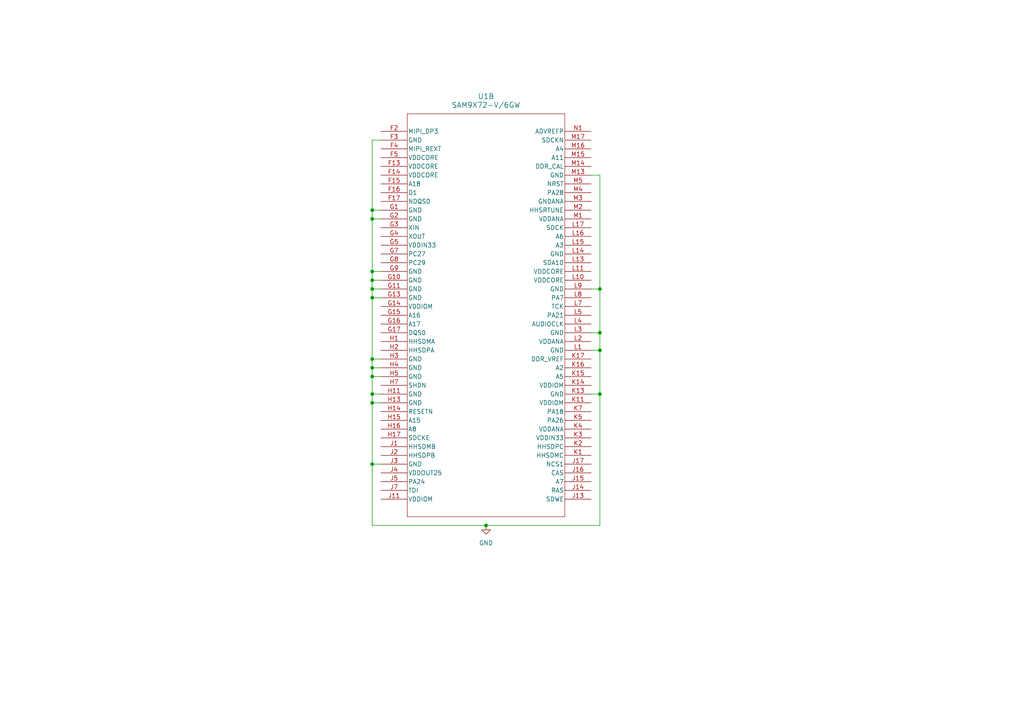
<source format=kicad_sch>
(kicad_sch (version 20250114) (generator "eeschema") (generator_version "9.0")
  (paper "A4")
  (title_block (title "Budget MPU") (rev "A"))
  (lib_symbols
    (symbol "SAM9X72:SAM9X72-V_6GW" (pin_names (offset 0.254))
      (property "Reference" "U" (at 30.48 10.16 0))
      (property "Value" "SAM9X72-V/6GW" (at 30.48 7.62 0))
      (symbol "SAM9X72-V_6GW_1_1"
        (polyline (pts (xy 7.62 5.08) (xy 7.62 -111.76)) (stroke (width 0.127)))
        (polyline (pts (xy 7.62 -111.76) (xy 53.34 -111.76)) (stroke (width 0.127)))
        (polyline (pts (xy 53.34 5.08) (xy 7.62 5.08)) (stroke (width 0.127)))
        (polyline (pts (xy 53.34 -111.76) (xy 53.34 5.08)) (stroke (width 0.127)))
        (pin power_out line (at 0 0 0) (length 7.62) (name "GND") (number "A1"))
        (pin bidirectional line (at 0 -2.54 0) (length 7.62) (name "PC8") (number "A2"))
        (pin bidirectional line (at 0 -5.08 0) (length 7.62) (name "PC14") (number "A3"))
        (pin bidirectional line (at 0 -7.62 0) (length 7.62) (name "PC18") (number "A4"))
        (pin bidirectional line (at 0 -10.16 0) (length 7.62) (name "PC20") (number "A5"))
        (pin bidirectional line (at 0 -12.7 0) (length 7.62) (name "PC26") (number "A6"))
        (pin bidirectional line (at 0 -15.24 0) (length 7.62) (name "PC2") (number "A7"))
        (pin bidirectional line (at 0 -17.78 0) (length 7.62) (name "PC4") (number "A8"))
        (pin bidirectional line (at 0 -20.32 0) (length 7.62) (name "PC6") (number "A9"))
        (pin bidirectional line (at 0 -22.86 0) (length 7.62) (name "PC10") (number "A10"))
        (pin bidirectional line (at 0 -25.4 0) (length 7.62) (name "PC12") (number "A11"))
        (pin bidirectional line (at 0 -27.94 0) (length 7.62) (name "PB19") (number "A12"))
        (pin bidirectional line (at 0 -30.48 0) (length 7.62) (name "PB25") (number "A13"))
        (pin bidirectional line (at 0 -33.02 0) (length 7.62) (name "D15") (number "A14"))
        (pin bidirectional line (at 0 -35.56 0) (length 7.62) (name "NDQS1") (number "A15"))
        (pin bidirectional line (at 0 -38.1 0) (length 7.62) (name "DQS1") (number "A16"))
        (pin power_out line (at 0 -40.64 0) (length 7.62) (name "GND") (number "A17"))
        (pin bidirectional line (at 0 -43.18 0) (length 7.62) (name "MIPI_DN0") (number "B1"))
        (pin bidirectional line (at 0 -45.72 0) (length 7.62) (name "MIPI_DP0") (number "B2"))
        (pin bidirectional line (at 0 -48.26 0) (length 7.62) (name "PC0") (number "B3"))
        (pin bidirectional line (at 0 -50.8 0) (length 7.62) (name "PC17") (number "B4"))
        (pin bidirectional line (at 0 -53.34 0) (length 7.62) (name "PC23") (number "B5"))
        (pin bidirectional line (at 0 -55.88 0) (length 7.62) (name "PC28") (number "B6"))
        (pin bidirectional line (at 0 -58.42 0) (length 7.62) (name "PC3") (number "B7"))
        (pin bidirectional line (at 0 -60.96 0) (length 7.62) (name "PC5") (number "B8"))
        (pin bidirectional line (at 0 -63.5 0) (length 7.62) (name "PC7") (number "B9"))
        (pin bidirectional line (at 0 -66.04 0) (length 7.62) (name "PC11") (number "B10"))
        (pin bidirectional line (at 0 -68.58 0) (length 7.62) (name "PC13") (number "B11"))
        (pin bidirectional line (at 0 -71.12 0) (length 7.62) (name "PB21") (number "B12"))
        (pin bidirectional line (at 0 -73.66 0) (length 7.62) (name "PB23") (number "B13"))
        (pin bidirectional line (at 0 -76.2 0) (length 7.62) (name "D14") (number "B14"))
        (pin bidirectional line (at 0 -78.74 0) (length 7.62) (name "D12") (number "B15"))
        (pin bidirectional line (at 0 -81.28 0) (length 7.62) (name "D11") (number "B16"))
        (pin output line (at 0 -83.82 0) (length 7.62) (name "DQM1") (number "B17"))
        (pin bidirectional line (at 0 -86.36 0) (length 7.62) (name "MIPI_DN1") (number "C1"))
        (pin bidirectional line (at 0 -88.9 0) (length 7.62) (name "MIPI_DP1") (number "C2"))
        (pin bidirectional line (at 0 -91.44 0) (length 7.62) (name "PC1") (number "C3"))
        (pin bidirectional line (at 0 -93.98 0) (length 7.62) (name "PC16") (number "C4"))
        (pin bidirectional line (at 0 -96.52 0) (length 7.62) (name "PC22") (number "C5"))
        (pin bidirectional line (at 0 -99.06 0) (length 7.62) (name "PC24") (number "C6"))
        (pin bidirectional line (at 0 -101.6 0) (length 7.62) (name "PC30") (number "C7"))
        (pin power_in line (at 0 -104.14 0) (length 7.62) (name "VDDOUT25") (number "C8"))
        (pin bidirectional line (at 0 -106.68 0) (length 7.62) (name "PB15") (number "C9"))
        (pin bidirectional line (at 60.96 0 180) (length 7.62) (name "MIPI_DN3") (number "F1"))
        (pin output line (at 60.96 -2.54 180) (length 7.62) (name "DQM0") (number "E17"))
        (pin bidirectional line (at 60.96 -5.08 180) (length 7.62) (name "D2") (number "E16"))
        (pin bidirectional line (at 60.96 -7.62 180) (length 7.62) (name "D0") (number "E15"))
        (pin bidirectional line (at 60.96 -10.16 180) (length 7.62) (name "D5") (number "E14"))
        (pin power_out line (at 60.96 -12.7 180) (length 7.62) (name "GND") (number "E13"))
        (pin bidirectional line (at 60.96 -15.24 180) (length 7.62) (name "PB22") (number "E12"))
        (pin bidirectional line (at 60.96 -17.78 180) (length 7.62) (name "PB16") (number "E11"))
        (pin power_out line (at 60.96 -20.32 180) (length 7.62) (name "GND") (number "E10"))
        (pin power_in line (at 60.96 -22.86 180) (length 7.62) (name "VDDLVDS") (number "E9"))
        (pin power_out line (at 60.96 -25.4 180) (length 7.62) (name "GND") (number "E8"))
        (pin bidirectional line (at 60.96 -27.94 180) (length 7.62) (name "PC25") (number "E7"))
        (pin bidirectional line (at 60.96 -30.48 180) (length 7.62) (name "PC19") (number "E6"))
        (pin power_in line (at 60.96 -33.02 180) (length 7.62) (name "VDDCORE") (number "E5"))
        (pin power_out line (at 60.96 -35.56 180) (length 7.62) (name "GND") (number "E4"))
        (pin power_out line (at 60.96 -38.1 180) (length 7.62) (name "GND") (number "E3"))
        (pin bidirectional line (at 60.96 -40.64 180) (length 7.62) (name "MIPI_DP2") (number "E2"))
        (pin bidirectional line (at 60.96 -43.18 180) (length 7.62) (name "MIPI_DN2") (number "E1"))
        (pin bidirectional line (at 60.96 -45.72 180) (length 7.62) (name "D7") (number "D17"))
        (pin bidirectional line (at 60.96 -48.26 180) (length 7.62) (name "D6") (number "D16"))
        (pin bidirectional line (at 60.96 -50.8 180) (length 7.62) (name "D3") (number "D15"))
        (pin bidirectional line (at 60.96 -53.34 180) (length 7.62) (name "D10") (number "D14"))
        (pin power_out line (at 60.96 -55.88 180) (length 7.62) (name "GND") (number "D13"))
        (pin bidirectional line (at 60.96 -58.42 180) (length 7.62) (name "PB24") (number "D12"))
        (pin bidirectional line (at 60.96 -60.96 180) (length 7.62) (name "PB20") (number "D11"))
        (pin power_out line (at 60.96 -63.5 180) (length 7.62) (name "GND") (number "D10"))
        (pin bidirectional line (at 60.96 -66.04 180) (length 7.62) (name "PC31") (number "D9"))
        (pin power_in line (at 60.96 -68.58 180) (length 7.62) (name "VDDIOP1") (number "D8"))
        (pin bidirectional line (at 60.96 -71.12 180) (length 7.62) (name "PC21") (number "D7"))
        (pin power_in line (at 60.96 -73.66 180) (length 7.62) (name "VDDCORE") (number "D6"))
        (pin bidirectional line (at 60.96 -76.2 180) (length 7.62) (name "PC15") (number "D5"))
        (pin power_in line (at 60.96 -78.74 180) (length 7.62) (name "VDDMIPI") (number "D4"))
        (pin bidirectional line (at 60.96 -81.28 180) (length 7.62) (name "PC9") (number "D3"))
        (pin output line (at 60.96 -83.82 180) (length 7.62) (name "MIPI_CLKP") (number "D2"))
        (pin output line (at 60.96 -86.36 180) (length 7.62) (name "MIPI_CLKN") (number "D1"))
        (pin bidirectional line (at 60.96 -88.9 180) (length 7.62) (name "D4") (number "C17"))
        (pin bidirectional line (at 60.96 -91.44 180) (length 7.62) (name "D9") (number "C16"))
        (pin bidirectional line (at 60.96 -93.98 180) (length 7.62) (name "D8") (number "C15"))
        (pin bidirectional line (at 60.96 -96.52 180) (length 7.62) (name "D13") (number "C14"))
        (pin bidirectional line (at 60.96 -99.06 180) (length 7.62) (name "PB26") (number "C13"))
        (pin power_in line (at 60.96 -101.6 180) (length 7.62) (name "VDDQSPI") (number "C12"))
        (pin bidirectional line (at 60.96 -104.14 180) (length 7.62) (name "PB18") (number "C11"))
        (pin bidirectional line (at 60.96 -106.68 180) (length 7.62) (name "PB17") (number "C10"))
      )
      (symbol "SAM9X72-V_6GW_2_1"
        (polyline (pts (xy 7.62 5.08) (xy 7.62 -111.76)) (stroke (width 0.127)))
        (polyline (pts (xy 7.62 -111.76) (xy 53.34 -111.76)) (stroke (width 0.127)))
        (polyline (pts (xy 53.34 5.08) (xy 7.62 5.08)) (stroke (width 0.127)))
        (polyline (pts (xy 53.34 -111.76) (xy 53.34 5.08)) (stroke (width 0.127)))
        (pin bidirectional line (at 0 0 0) (length 7.62) (name "MIPI_DP3") (number "F2"))
        (pin power_out line (at 0 -2.54 0) (length 7.62) (name "GND") (number "F3"))
        (pin unspecified line (at 0 -5.08 0) (length 7.62) (name "MIPI_REXT") (number "F4"))
        (pin power_in line (at 0 -7.62 0) (length 7.62) (name "VDDCORE") (number "F5"))
        (pin power_in line (at 0 -10.16 0) (length 7.62) (name "VDDCORE") (number "F13"))
        (pin power_in line (at 0 -12.7 0) (length 7.62) (name "VDDCORE") (number "F14"))
        (pin output line (at 0 -15.24 0) (length 7.62) (name "A18") (number "F15"))
        (pin bidirectional line (at 0 -17.78 0) (length 7.62) (name "D1") (number "F16"))
        (pin bidirectional line (at 0 -20.32 0) (length 7.62) (name "NDQS0") (number "F17"))
        (pin power_out line (at 0 -22.86 0) (length 7.62) (name "GND") (number "G1"))
        (pin power_out line (at 0 -25.4 0) (length 7.62) (name "GND") (number "G2"))
        (pin input line (at 0 -27.94 0) (length 7.62) (name "XIN") (number "G3"))
        (pin output line (at 0 -30.48 0) (length 7.62) (name "XOUT") (number "G4"))
        (pin power_in line (at 0 -33.02 0) (length 7.62) (name "VDDIN33") (number "G5"))
        (pin bidirectional line (at 0 -35.56 0) (length 7.62) (name "PC27") (number "G7"))
        (pin bidirectional line (at 0 -38.1 0) (length 7.62) (name "PC29") (number "G8"))
        (pin power_out line (at 0 -40.64 0) (length 7.62) (name "GND") (number "G9"))
        (pin power_out line (at 0 -43.18 0) (length 7.62) (name "GND") (number "G10"))
        (pin power_out line (at 0 -45.72 0) (length 7.62) (name "GND") (number "G11"))
        (pin power_out line (at 0 -48.26 0) (length 7.62) (name "GND") (number "G13"))
        (pin power_in line (at 0 -50.8 0) (length 7.62) (name "VDDIOM") (number "G14"))
        (pin output line (at 0 -53.34 0) (length 7.62) (name "A16") (number "G15"))
        (pin output line (at 0 -55.88 0) (length 7.62) (name "A17") (number "G16"))
        (pin bidirectional line (at 0 -58.42 0) (length 7.62) (name "DQS0") (number "G17"))
        (pin bidirectional line (at 0 -60.96 0) (length 7.62) (name "HHSDMA") (number "H1"))
        (pin bidirectional line (at 0 -63.5 0) (length 7.62) (name "HHSDPA") (number "H2"))
        (pin power_out line (at 0 -66.04 0) (length 7.62) (name "GND") (number "H3"))
        (pin power_out line (at 0 -68.58 0) (length 7.62) (name "GND") (number "H4"))
        (pin power_out line (at 0 -71.12 0) (length 7.62) (name "GND") (number "H5"))
        (pin unspecified line (at 0 -73.66 0) (length 7.62) (name "SHDN") (number "H7"))
        (pin power_out line (at 0 -76.2 0) (length 7.62) (name "GND") (number "H11"))
        (pin power_out line (at 0 -78.74 0) (length 7.62) (name "GND") (number "H13"))
        (pin output line (at 0 -81.28 0) (length 7.62) (name "RESETN") (number "H14"))
        (pin output line (at 0 -83.82 0) (length 7.62) (name "A15") (number "H15"))
        (pin output line (at 0 -86.36 0) (length 7.62) (name "A8") (number "H16"))
        (pin unspecified line (at 0 -88.9 0) (length 7.62) (name "SDCKE") (number "H17"))
        (pin bidirectional line (at 0 -91.44 0) (length 7.62) (name "HHSDMB") (number "J1"))
        (pin bidirectional line (at 0 -93.98 0) (length 7.62) (name "HHSDPB") (number "J2"))
        (pin power_out line (at 0 -96.52 0) (length 7.62) (name "GND") (number "J3"))
        (pin power_in line (at 0 -99.06 0) (length 7.62) (name "VDDOUT25") (number "J4"))
        (pin bidirectional line (at 0 -101.6 0) (length 7.62) (name "PA24") (number "J5"))
        (pin input line (at 0 -104.14 0) (length 7.62) (name "TDI") (number "J7"))
        (pin power_in line (at 0 -106.68 0) (length 7.62) (name "VDDIOM") (number "J11"))
        (pin power_in line (at 60.96 0 180) (length 7.62) (name "ADVREFP") (number "N1"))
        (pin unspecified line (at 60.96 -2.54 180) (length 7.62) (name "SDCKN") (number "M17"))
        (pin output line (at 60.96 -5.08 180) (length 7.62) (name "A4") (number "M16"))
        (pin output line (at 60.96 -7.62 180) (length 7.62) (name "A11") (number "M15"))
        (pin input line (at 60.96 -10.16 180) (length 7.62) (name "DDR_CAL") (number "M14"))
        (pin power_out line (at 60.96 -12.7 180) (length 7.62) (name "GND") (number "M13"))
        (pin input line (at 60.96 -15.24 180) (length 7.62) (name "NRST") (number "M5"))
        (pin bidirectional line (at 60.96 -17.78 180) (length 7.62) (name "PA28") (number "M4"))
        (pin power_out line (at 60.96 -20.32 180) (length 7.62) (name "GNDANA") (number "M3"))
        (pin unspecified line (at 60.96 -22.86 180) (length 7.62) (name "HHSRTUNE") (number "M2"))
        (pin power_in line (at 60.96 -25.4 180) (length 7.62) (name "VDDANA") (number "M1"))
        (pin unspecified line (at 60.96 -27.94 180) (length 7.62) (name "SDCK") (number "L17"))
        (pin output line (at 60.96 -30.48 180) (length 7.62) (name "A6") (number "L16"))
        (pin output line (at 60.96 -33.02 180) (length 7.62) (name "A3") (number "L15"))
        (pin power_out line (at 60.96 -35.56 180) (length 7.62) (name "GND") (number "L14"))
        (pin unspecified line (at 60.96 -38.1 180) (length 7.62) (name "SDA10") (number "L13"))
        (pin power_in line (at 60.96 -40.64 180) (length 7.62) (name "VDDCORE") (number "L11"))
        (pin power_in line (at 60.96 -43.18 180) (length 7.62) (name "VDDCORE") (number "L10"))
        (pin power_out line (at 60.96 -45.72 180) (length 7.62) (name "GND") (number "L9"))
        (pin bidirectional line (at 60.96 -48.26 180) (length 7.62) (name "PA7") (number "L8"))
        (pin input line (at 60.96 -50.8 180) (length 7.62) (name "TCK") (number "L7"))
        (pin bidirectional line (at 60.96 -53.34 180) (length 7.62) (name "PA21") (number "L5"))
        (pin output line (at 60.96 -55.88 180) (length 7.62) (name "AUDIOCLK") (number "L4"))
        (pin power_out line (at 60.96 -58.42 180) (length 7.62) (name "GND") (number "L3"))
        (pin power_in line (at 60.96 -60.96 180) (length 7.62) (name "VDDANA") (number "L2"))
        (pin power_out line (at 60.96 -63.5 180) (length 7.62) (name "GND") (number "L1"))
        (pin unspecified line (at 60.96 -66.04 180) (length 7.62) (name "DDR_VREF") (number "K17"))
        (pin output line (at 60.96 -68.58 180) (length 7.62) (name "A2") (number "K16"))
        (pin output line (at 60.96 -71.12 180) (length 7.62) (name "A5") (number "K15"))
        (pin power_in line (at 60.96 -73.66 180) (length 7.62) (name "VDDIOM") (number "K14"))
        (pin power_out line (at 60.96 -76.2 180) (length 7.62) (name "GND") (number "K13"))
        (pin power_in line (at 60.96 -78.74 180) (length 7.62) (name "VDDIOM") (number "K11"))
        (pin bidirectional line (at 60.96 -81.28 180) (length 7.62) (name "PA18") (number "K7"))
        (pin bidirectional line (at 60.96 -83.82 180) (length 7.62) (name "PA26") (number "K5"))
        (pin power_in line (at 60.96 -86.36 180) (length 7.62) (name "VDDANA") (number "K4"))
        (pin power_in line (at 60.96 -88.9 180) (length 7.62) (name "VDDIN33") (number "K3"))
        (pin bidirectional line (at 60.96 -91.44 180) (length 7.62) (name "HHSDPC") (number "K2"))
        (pin bidirectional line (at 60.96 -93.98 180) (length 7.62) (name "HHSDMC") (number "K1"))
        (pin passive line (at 60.96 -96.52 180) (length 7.62) (name "NCS1") (number "J17"))
        (pin unspecified line (at 60.96 -99.06 180) (length 7.62) (name "CAS") (number "J16"))
        (pin output line (at 60.96 -101.6 180) (length 7.62) (name "A7") (number "J15"))
        (pin passive line (at 60.96 -104.14 180) (length 7.62) (name "RAS") (number "J14"))
        (pin unspecified line (at 60.96 -106.68 180) (length 7.62) (name "SDWE") (number "J13"))
      )
      (symbol "SAM9X72-V_6GW_3_1"
        (polyline (pts (xy 7.62 5.08) (xy 7.62 -111.76)) (stroke (width 0.127)))
        (polyline (pts (xy 7.62 -111.76) (xy 43.18 -111.76)) (stroke (width 0.127)))
        (polyline (pts (xy 43.18 5.08) (xy 7.62 5.08)) (stroke (width 0.127)))
        (polyline (pts (xy 43.18 -111.76) (xy 43.18 5.08)) (stroke (width 0.127)))
        (pin power_in line (at 0 0 0) (length 7.62) (name "ADVREFN") (number "N2"))
        (pin bidirectional line (at 0 -2.54 0) (length 7.62) (name "PA29") (number "N3"))
        (pin bidirectional line (at 0 -5.08 0) (length 7.62) (name "PA25") (number "N4"))
        (pin bidirectional line (at 0 -7.62 0) (length 7.62) (name "PA30") (number "N5"))
        (pin output line (at 0 -10.16 0) (length 7.62) (name "TDO") (number "N6"))
        (pin bidirectional line (at 0 -12.7 0) (length 7.62) (name "PA11") (number "N7"))
        (pin power_out line (at 0 -15.24 0) (length 7.62) (name "GND") (number "N8"))
        (pin bidirectional line (at 0 -17.78 0) (length 7.62) (name "PA5") (number "N9"))
        (pin bidirectional line (at 0 -20.32 0) (length 7.62) (name "PB11") (number "N10"))
        (pin power_out line (at 0 -22.86 0) (length 7.62) (name "GND") (number "N11"))
        (pin bidirectional line (at 0 -25.4 0) (length 7.62) (name "PB1") (number "N12"))
        (pin power_out line (at 0 -27.94 0) (length 7.62) (name "GND") (number "N13"))
        (pin power_in line (at 0 -30.48 0) (length 7.62) (name "VDDIOM") (number "N14"))
        (pin output line (at 0 -33.02 0) (length 7.62) (name "A10") (number "N15"))
        (pin output line (at 0 -35.56 0) (length 7.62) (name "A14") (number "N16"))
        (pin output line (at 0 -38.1 0) (length 7.62) (name "A13") (number "N17"))
        (pin input line (at 0 -40.64 0) (length 7.62) (name "JTAGSEL") (number "P1"))
        (pin bidirectional line (at 0 -43.18 0) (length 7.62) (name "PA31") (number "P2"))
        (pin bidirectional line (at 0 -45.72 0) (length 7.62) (name "PA27") (number "P3"))
        (pin bidirectional line (at 0 -48.26 0) (length 7.62) (name "PA23") (number "P4"))
        (pin power_in line (at 0 -50.8 0) (length 7.62) (name "VDDBU") (number "P5"))
        (pin power_out line (at 0 -53.34 0) (length 7.62) (name "GND") (number "P6"))
        (pin bidirectional line (at 0 -55.88 0) (length 7.62) (name "PA15") (number "P7"))
        (pin bidirectional line (at 0 -58.42 0) (length 7.62) (name "PA9") (number "P8"))
        (pin bidirectional line (at 0 -60.96 0) (length 7.62) (name "PA1") (number "P9"))
        (pin bidirectional line (at 0 -63.5 0) (length 7.62) (name "PB13") (number "P10"))
        (pin bidirectional line (at 0 -66.04 0) (length 7.62) (name "PB7") (number "P11"))
        (pin bidirectional line (at 0 -68.58 0) (length 7.62) (name "PB5") (number "P12"))
        (pin bidirectional line (at 0 -71.12 0) (length 7.62) (name "PD13") (number "P13"))
        (pin bidirectional line (at 0 -73.66 0) (length 7.62) (name "PD4") (number "P14"))
        (pin bidirectional line (at 0 -76.2 0) (length 7.62) (name "PD0") (number "P15"))
        (pin output line (at 0 -78.74 0) (length 7.62) (name "A9") (number "P16"))
        (pin bidirectional line (at 0 -81.28 0) (length 7.62) (name "PD2") (number "P17"))
        (pin unspecified line (at 0 -83.82 0) (length 7.62) (name "TST") (number "R1"))
        (pin input line (at 0 -86.36 0) (length 7.62) (name "TMS") (number "R2"))
        (pin unspecified line (at 0 -88.9 0) (length 7.62) (name "RTCK") (number "R3"))
        (pin bidirectional line (at 0 -91.44 0) (length 7.62) (name "PA17") (number "R4"))
        (pin bidirectional line (at 0 -93.98 0) (length 7.62) (name "PA16") (number "R5"))
        (pin bidirectional line (at 0 -96.52 0) (length 7.62) (name "PA12") (number "R6"))
        (pin bidirectional line (at 0 -99.06 0) (length 7.62) (name "PA2") (number "R7"))
        (pin power_in line (at 0 -101.6 0) (length 7.62) (name "VDDIOP0") (number "R8"))
        (pin power_out line (at 0 -104.14 0) (length 7.62) (name "GND") (number "R9"))
        (pin bidirectional line (at 0 -106.68 0) (length 7.62) (name "PB9") (number "R10"))
        (pin power_out line (at 50.8 -5.08 180) (length 7.62) (name "GND") (number "U17"))
        (pin bidirectional line (at 50.8 -7.62 180) (length 7.62) (name "PD5") (number "U16"))
        (pin bidirectional line (at 50.8 -10.16 180) (length 7.62) (name "PD8") (number "U15"))
        (pin bidirectional line (at 50.8 -12.7 180) (length 7.62) (name "PD12") (number "U14"))
        (pin bidirectional line (at 50.8 -15.24 180) (length 7.62) (name "PD14") (number "U13"))
        (pin bidirectional line (at 50.8 -17.78 180) (length 7.62) (name "PB4") (number "U12"))
        (pin bidirectional line (at 50.8 -20.32 180) (length 7.62) (name "PB8") (number "U11"))
        (pin bidirectional line (at 50.8 -22.86 180) (length 7.62) (name "PB12") (number "U10"))
        (pin bidirectional line (at 50.8 -25.4 180) (length 7.62) (name "PA0") (number "U9"))
        (pin bidirectional line (at 50.8 -27.94 180) (length 7.62) (name "PA3") (number "U8"))
        (pin bidirectional line (at 50.8 -30.48 180) (length 7.62) (name "PA6") (number "U7"))
        (pin bidirectional line (at 50.8 -33.02 180) (length 7.62) (name "PA8") (number "U6"))
        (pin bidirectional line (at 50.8 -35.56 180) (length 7.62) (name "PA13") (number "U5"))
        (pin bidirectional line (at 50.8 -38.1 180) (length 7.62) (name "PA19") (number "U4"))
        (pin bidirectional line (at 50.8 -40.64 180) (length 7.62) (name "PA22") (number "U3"))
        (pin power_in line (at 50.8 -43.18 180) (length 7.62) (name "VDDBU") (number "U2"))
        (pin power_out line (at 50.8 -45.72 180) (length 7.62) (name "GND") (number "U1"))
        (pin bidirectional line (at 50.8 -48.26 180) (length 7.62) (name "PD3") (number "T17"))
        (pin power_out line (at 50.8 -50.8 180) (length 7.62) (name "GND") (number "T16"))
        (pin bidirectional line (at 50.8 -53.34 180) (length 7.62) (name "PD7") (number "T15"))
        (pin bidirectional line (at 50.8 -55.88 180) (length 7.62) (name "PD11") (number "T14"))
        (pin bidirectional line (at 50.8 -58.42 180) (length 7.62) (name "PD10") (number "T13"))
        (pin bidirectional line (at 50.8 -60.96 180) (length 7.62) (name "PB2") (number "T12"))
        (pin power_in line (at 50.8 -63.5 180) (length 7.62) (name "VDDIOP2") (number "T11"))
        (pin bidirectional line (at 50.8 -66.04 180) (length 7.62) (name "PB6") (number "T10"))
        (pin bidirectional line (at 50.8 -68.58 180) (length 7.62) (name "PB10") (number "T9"))
        (pin bidirectional line (at 50.8 -71.12 180) (length 7.62) (name "PB14") (number "T8"))
        (pin bidirectional line (at 50.8 -73.66 180) (length 7.62) (name "PA4") (number "T7"))
        (pin bidirectional line (at 50.8 -76.2 180) (length 7.62) (name "PA10") (number "T6"))
        (pin bidirectional line (at 50.8 -78.74 180) (length 7.62) (name "PA14") (number "T5"))
        (pin bidirectional line (at 50.8 -81.28 180) (length 7.62) (name "PA20") (number "T4"))
        (pin input line (at 50.8 -83.82 180) (length 7.62) (name "WKUP0") (number "T3"))
        (pin output line (at 50.8 -86.36 180) (length 7.62) (name "XOUT32") (number "T2"))
        (pin input line (at 50.8 -88.9 180) (length 7.62) (name "XIN32") (number "T1"))
        (pin bidirectional line (at 50.8 -91.44 180) (length 7.62) (name "PD1") (number "R17"))
        (pin power_in line (at 50.8 -93.98 180) (length 7.62) (name "VDDNF") (number "R16"))
        (pin bidirectional line (at 50.8 -96.52 180) (length 7.62) (name "PD6") (number "R15"))
        (pin power_out line (at 50.8 -99.06 180) (length 7.62) (name "GND") (number "R14"))
        (pin bidirectional line (at 50.8 -101.6 180) (length 7.62) (name "PD9") (number "R13"))
        (pin bidirectional line (at 50.8 -104.14 180) (length 7.62) (name "PB0") (number "R12"))
        (pin bidirectional line (at 50.8 -106.68 180) (length 7.62) (name "PB3") (number "R11"))
      )
    )
    (symbol "power:GND" (power) (pin_numbers (hide yes)) (pin_names (offset 0) (hide yes))
      (property "Value" "GND" (at 0 -3.81 0))
      (symbol "GND_0_1"
        (polyline (pts (xy 0 0) (xy 0 -1.27) (xy 1.27 -1.27) (xy 0 -2.54) (xy -1.27 -1.27) (xy 0 -1.27)))
      )
      (symbol "GND_1_1"
        (pin power_in line (at 0 0 270) (length 0) (name "~") (number "1"))
      )
    )
  )
  (junction (at 173.99 96.52))
  (junction (at 107.95 134.62))
  (junction (at 107.95 114.3))
  (junction (at 107.95 106.68))
  (junction (at 107.95 109.22))
  (junction (at 107.95 116.84))
  (junction (at 107.95 81.28))
  (junction (at 107.95 83.82))
  (junction (at 107.95 60.96))
  (junction (at 107.95 78.74))
  (junction (at 140.97 152.4))
  (junction (at 173.99 114.3))
  (junction (at 173.99 83.82))
  (junction (at 173.99 101.6))
  (junction (at 107.95 104.14))
  (junction (at 107.95 86.36))
  (junction (at 107.95 63.5))
  (wire (pts (xy 107.95 134.62) (xy 107.95 152.4)))
  (wire (pts (xy 107.95 40.64) (xy 107.95 60.96)))
  (wire (pts (xy 171.45 96.52) (xy 173.99 96.52)))
  (wire (pts (xy 107.95 114.3) (xy 110.49 114.3)))
  (wire (pts (xy 107.95 60.96) (xy 107.95 63.5)))
  (wire (pts (xy 107.95 60.96) (xy 110.49 60.96)))
  (wire (pts (xy 140.97 152.4) (xy 107.95 152.4)))
  (wire (pts (xy 107.95 78.74) (xy 107.95 81.28)))
  (wire (pts (xy 107.95 109.22) (xy 107.95 114.3)))
  (wire (pts (xy 107.95 106.68) (xy 107.95 109.22)))
  (wire (pts (xy 107.95 109.22) (xy 110.49 109.22)))
  (wire (pts (xy 107.95 83.82) (xy 110.49 83.82)))
  (wire (pts (xy 107.95 86.36) (xy 107.95 104.14)))
  (wire (pts (xy 107.95 86.36) (xy 110.49 86.36)))
  (wire (pts (xy 110.49 40.64) (xy 107.95 40.64)))
  (wire (pts (xy 107.95 116.84) (xy 110.49 116.84)))
  (wire (pts (xy 107.95 78.74) (xy 110.49 78.74)))
  (wire (pts (xy 173.99 96.52) (xy 173.99 101.6)))
  (wire (pts (xy 171.45 50.8) (xy 173.99 50.8)))
  (wire (pts (xy 107.95 116.84) (xy 107.95 134.62)))
  (wire (pts (xy 107.95 134.62) (xy 110.49 134.62)))
  (wire (pts (xy 140.97 152.4) (xy 173.99 152.4)))
  (wire (pts (xy 171.45 114.3) (xy 173.99 114.3)))
  (wire (pts (xy 171.45 83.82) (xy 173.99 83.82)))
  (wire (pts (xy 107.95 81.28) (xy 110.49 81.28)))
  (wire (pts (xy 173.99 50.8) (xy 173.99 83.82)))
  (wire (pts (xy 107.95 83.82) (xy 107.95 86.36)))
  (wire (pts (xy 107.95 106.68) (xy 110.49 106.68)))
  (wire (pts (xy 107.95 81.28) (xy 107.95 83.82)))
  (wire (pts (xy 171.45 101.6) (xy 173.99 101.6)))
  (wire (pts (xy 107.95 114.3) (xy 107.95 116.84)))
  (wire (pts (xy 173.99 83.82) (xy 173.99 96.52)))
  (wire (pts (xy 107.95 63.5) (xy 107.95 78.74)))
  (wire (pts (xy 173.99 101.6) (xy 173.99 114.3)))
  (wire (pts (xy 107.95 104.14) (xy 110.49 104.14)))
  (wire (pts (xy 173.99 114.3) (xy 173.99 152.4)))
  (wire (pts (xy 107.95 63.5) (xy 110.49 63.5)))
  (wire (pts (xy 107.95 104.14) (xy 107.95 106.68)))
  (symbol (lib_id "power:GND") (at 140.97 152.4 0) (unit 1)
    (property "Reference" "#PWR02" (effects (hide yes)))
    (property "Value" "GND" (at 140.97 157.48 0))
    (property "Description" "Power symbol creates a global label with name \"GND\" , ground" (effects (hide yes)))
  )
  (symbol (lib_id "SAM9X72:SAM9X72-V_6GW") (at 110.49 38.1 0) (unit 2)
    (property "Reference" "U1" (at 140.97 27.94 0) (effects (font (size 1.524 1.524))))
    (property "Value" "SAM9X72-V/6GW" (at 140.97 30.48 0) (effects (font (size 1.524 1.524))))
    (property "Footprint" "TFBGA256_6GW_MCH" (effects (hide yes)))
    (property "Datasheet" "SAM9X72-V/6GW" (effects (hide yes)))
  )
)
</source>
